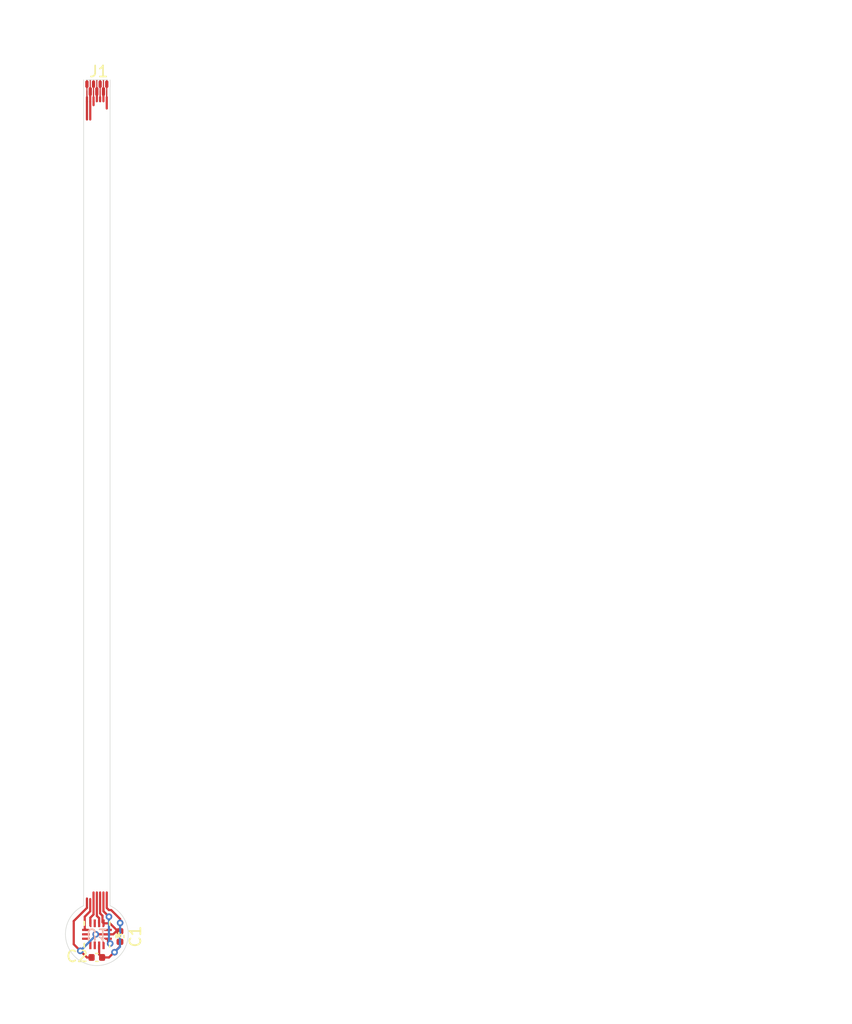
<source format=kicad_pcb>
(kicad_pcb (version 20240108) (generator "pcbnew") (generator_version "8.0")
  (layers (0 "F.Cu" signal) (31 "B.Cu" signal) (34 "B.Paste" user) (35 "F.Paste" user) (36 "B.SilkS" user "B.Silkscreen") (37 "F.SilkS" user "F.Silkscreen") (38 "B.Mask" user) (39 "F.Mask" user) (44 "Edge.Cuts" user))
  (net 0 "")
  (net 1 "GND")
  (net 2 "+3V3")
  (net 3 "/MOSI")
  (net 4 "/MISO")
  (net 5 "/CS")
  (net 6 "/SCK")
  (footprint "MA730:UTQFN-14_MA735_MNP" (layer "F.Cu") (at 152.810408 131.7 180)
    (property "Reference" "U1" (at 0 0 180) (layer "B.SilkS") (effects (justify mirror)))
    (property "Value" "MA735GGU-Z")
    (fp_line (start 1.1557 1.1557) (end 1.1557 0.832739) (stroke (width 0.1524)) (layer "F.SilkS"))
    (fp_line (start 1.1557 -0.832739) (end 1.1557 -1.1557) (stroke (width 0.1524)) (layer "F.SilkS"))
    (fp_line (start -1.1557 0.832739) (end -1.1557 1.1557) (stroke (width 0.1524)) (layer "F.SilkS"))
    (fp_line (start -1.1557 -1.1557) (end -1.1557 -0.832739) (stroke (width 0.1524)) (layer "F.SilkS"))
    (fp_text user "*" (at -1.985 -0.4 180) (layer "F.SilkS"))
    (pad "1" smd roundrect (at -1 -0.4 180) (size 0.7 0.199998) (layers "F.Cu" "F.Paste" "F.Mask") (roundrect_rratio 0) (chamfer_ratio 0.5) (chamfer top_right) (net 6 "/SCK"))
    (pad "2" smd rect (at -1.000001 0 180) (size 0.7 0.2) (layers "F.Cu" "F.Paste" "F.Mask") (net 1 "GND"))
    (pad "3" smd roundrect (at -1 0.4 180) (size 0.7 0.2) (layers "F.Cu" "F.Paste" "F.Mask") (roundrect_rratio 0) (chamfer_ratio 0.5) (chamfer bottom_right))
    (pad "4" smd roundrect (at -0.6 1 270) (size 0.7 0.2) (layers "F.Cu" "F.Paste" "F.Mask") (roundrect_rratio 0) (chamfer_ratio 0.5) (chamfer top_right) (net 1 "GND"))
    (pad "5" smd rect (at -0.2 1.000001 270) (size 0.7 0.2) (layers "F.Cu" "F.Paste" "F.Mask") (net 4 "/MISO"))
    (pad "6" smd rect (at 0.2 1.000001 270) (size 0.7 0.2) (layers "F.Cu" "F.Paste" "F.Mask"))
    (pad "7" smd roundrect (at 0.599999 1 270) (size 0.7 0.199999) (layers "F.Cu" "F.Paste" "F.Mask") (roundrect_rratio 0) (chamfer_ratio 0.5) (chamfer bottom_right) (net 5 "/CS"))
    (pad "8" smd roundrect (at 1 0.399999 180) (size 0.7 0.2) (layers "F.Cu" "F.Paste" "F.Mask") (roundrect_rratio 0) (chamfer_ratio 0.5) (chamfer bottom_left) (net 3 "/MOSI"))
    (pad "9" smd rect (at 1.000001 0 180) (size 0.7 0.2) (layers "F.Cu" "F.Paste" "F.Mask"))
    (pad "10" smd roundrect (at 1 -0.4 180) (size 0.7 0.2) (layers "F.Cu" "F.Paste" "F.Mask") (roundrect_rratio 0) (chamfer_ratio 0.5) (chamfer top_left))
    (pad "11" smd roundrect (at 0.6 -1 270) (size 0.7 0.199998) (layers "F.Cu" "F.Paste" "F.Mask") (roundrect_rratio 0) (chamfer_ratio 0.5) (chamfer bottom_left))
    (pad "12" smd rect (at 0.2 -1.000001 270) (size 0.7 0.2) (layers "F.Cu" "F.Paste" "F.Mask"))
    (pad "13" smd rect (at -0.2 -1.000001 270) (size 0.7 0.2) (layers "F.Cu" "F.Paste" "F.Mask") (net 2 "+3V3"))
    (pad "14" smd roundrect (at -0.6 -1 270) (size 0.7 0.199998) (layers "F.Cu" "F.Paste" "F.Mask") (roundrect_rratio 0) (chamfer_ratio 0.5) (chamfer top_left))
  )
  (footprint "Capacitor_SMD:C_0402_1005Metric" (layer "F.Cu") (at 152.8 133.8 180)
    (property "Reference" "C2" (at 1.8 0.1 360) (layer "F.SilkS"))
    (property "Value" "0.1uF")
    (fp_line (start -0.107836 0.36) (end 0.107836 0.36) (stroke (width 0.12)) (layer "F.SilkS"))
    (fp_line (start -0.107836 -0.36) (end 0.107836 -0.36) (stroke (width 0.12)) (layer "F.SilkS"))
    (pad "1" smd roundrect (at -0.48 0 180) (size 0.56 0.62) (layers "F.Cu" "F.Paste" "F.Mask") (net 2 "+3V3"))
    (pad "2" smd roundrect (at 0.48 0 180) (size 0.56 0.62) (layers "F.Cu" "F.Paste" "F.Mask") (net 1 "GND"))
  )
  (footprint "Capacitor_SMD:C_0402_1005Metric" (layer "F.Cu") (at 154.9 131.9 90)
    (property "Reference" "C1" (at 0 1.4 90) (layer "F.SilkS"))
    (property "Value" "1uF")
    (fp_line (start -0.107836 -0.36) (end 0.107836 -0.36) (stroke (width 0.12)) (layer "F.SilkS"))
    (fp_line (start -0.107836 0.36) (end 0.107836 0.36) (stroke (width 0.12)) (layer "F.SilkS"))
    (pad "1" smd roundrect (at -0.48 0 90) (size 0.56 0.62) (layers "F.Cu" "F.Paste" "F.Mask") (net 2 "+3V3"))
    (pad "2" smd roundrect (at 0.48 0 90) (size 0.56 0.62) (layers "F.Cu" "F.Paste" "F.Mask") (net 1 "GND"))
  )
  (footprint "custom_testpoints:7pin_fpc_contact_0.3mmptich" (layer "F.Cu") (at 152.8 55.2)
    (property "Reference" "J1" (at 0.18 -1.86 0) (layer "F.SilkS"))
    (property "Value" "FPC contacts 0.3mm")
    (pad "1" connect custom (at -0.9 -0.1) (size 0.1 2) (layers "F.Cu" "F.Mask") (net 3 "/MOSI") (clearance 0.05) (options (clearance outline) (anchor rect)) (primitives (gr_poly (pts (xy -0.1 0.55) (xy -0.05 0.5) (xy 0.05 0.5) (xy 0.1 0.55) (xy 0.1 1) (xy -0.1 1)) (width 0) (fill yes)) (gr_poly (pts (xy -0.15 -0.88) (xy -0.12 -0.89) (xy -0.08 -0.91) (xy -0.06 -0.94) (xy -0.05 -0.97) (xy -0.05 -1) (xy 0.05 -1) (xy 0.05 -0.97) (xy 0.06 -0.94) (xy 0.08 -0.91) (xy 0.12 -0.89) (xy 0.15 -0.88) (xy 0.15 -0.35) (xy 0.05 -0.25) (xy -0.05 -0.25) (xy -0.15 -0.35)) (width 0) (fill yes))))
    (pad "2" connect custom (at -0.6 -0.1) (size 0.1 2) (layers "F.Cu" "F.Mask") (net 1 "GND") (clearance 0.05) (options (clearance outline) (anchor rect)) (primitives (gr_poly (pts (xy -0.15 -0.25) (xy -0.05 -0.35) (xy 0.05 -0.35) (xy 0.15 -0.25) (xy 0.15 0.35) (xy 0.1 0.45) (xy -0.1 0.45) (xy -0.15 0.35)) (width 0) (fill yes)) (gr_poly (pts (xy -0.1 0.45) (xy 0.1 0.45) (xy 0.1 1) (xy -0.1 1)) (width 0) (fill yes))))
    (pad "3" connect custom (at -0.3 -0.1) (size 0.1 2) (layers "F.Cu" "F.Mask") (net 4 "/MISO") (clearance 0.05) (options (clearance outline) (anchor rect)) (primitives (gr_poly (pts (xy -0.1 0.55) (xy -0.05 0.5) (xy 0.05 0.5) (xy 0.1 0.55) (xy 0.1 1) (xy -0.1 1)) (width 0) (fill yes)) (gr_poly (pts (xy -0.15 -0.88) (xy -0.12 -0.89) (xy -0.08 -0.91) (xy -0.06 -0.94) (xy -0.05 -0.97) (xy -0.05 -1) (xy 0.05 -1) (xy 0.05 -0.97) (xy 0.06 -0.94) (xy 0.08 -0.91) (xy 0.12 -0.89) (xy 0.15 -0.88) (xy 0.15 -0.35) (xy 0.05 -0.25) (xy -0.05 -0.25) (xy -0.15 -0.35)) (width 0) (fill yes))))
    (pad "4" connect custom (at 0 -0.1) (size 0.1 2) (layers "F.Cu" "F.Mask") (net 1 "GND") (clearance 0.05) (options (clearance outline) (anchor rect)) (primitives (gr_poly (pts (xy -0.15 -0.25) (xy -0.05 -0.35) (xy 0.05 -0.35) (xy 0.15 -0.25) (xy 0.15 0.35) (xy 0.1 0.45) (xy -0.1 0.45) (xy -0.15 0.35)) (width 0) (fill yes)) (gr_poly (pts (xy -0.1 0.45) (xy 0.1 0.45) (xy 0.1 1) (xy -0.1 1)) (width 0) (fill yes))))
    (pad "5" connect custom (at 0.3 -0.1) (size 0.1 2) (layers "F.Cu" "F.Mask") (net 6 "/SCK") (clearance 0.05) (options (clearance outline) (anchor rect)) (primitives (gr_poly (pts (xy -0.1 0.55) (xy -0.05 0.5) (xy 0.05 0.5) (xy 0.1 0.55) (xy 0.1 1) (xy -0.1 1)) (width 0) (fill yes)) (gr_poly (pts (xy -0.15 -0.88) (xy -0.12 -0.89) (xy -0.08 -0.91) (xy -0.06 -0.94) (xy -0.05 -0.97) (xy -0.05 -1) (xy 0.05 -1) (xy 0.05 -0.97) (xy 0.06 -0.94) (xy 0.08 -0.91) (xy 0.12 -0.89) (xy 0.15 -0.88) (xy 0.15 -0.35) (xy 0.05 -0.25) (xy -0.05 -0.25) (xy -0.15 -0.35)) (width 0) (fill yes))))
    (pad "6" connect custom (at 0.6 -0.1) (size 0.1 2) (layers "F.Cu" "F.Mask") (net 2 "+3V3") (clearance 0.05) (options (clearance outline) (anchor rect)) (primitives (gr_poly (pts (xy -0.15 -0.25) (xy -0.05 -0.35) (xy 0.05 -0.35) (xy 0.15 -0.25) (xy 0.15 0.35) (xy 0.1 0.45) (xy -0.1 0.45) (xy -0.15 0.35)) (width 0) (fill yes)) (gr_poly (pts (xy -0.1 0.45) (xy 0.1 0.45) (xy 0.1 1) (xy -0.1 1)) (width 0) (fill yes))))
    (pad "7" connect custom (at 0.9 -0.1) (size 0.1 2) (layers "F.Cu" "F.Mask") (net 5 "/CS") (clearance 0.05) (options (clearance outline) (anchor rect)) (primitives (gr_poly (pts (xy -0.1 0.55) (xy -0.05 0.5) (xy 0.05 0.5) (xy 0.1 0.55) (xy 0.1 1) (xy -0.1 1)) (width 0) (fill yes)) (gr_poly (pts (xy -0.15 -0.88) (xy -0.12 -0.89) (xy -0.08 -0.91) (xy -0.06 -0.94) (xy -0.05 -0.97) (xy -0.05 -1) (xy 0.05 -1) (xy 0.05 -0.97) (xy 0.06 -0.94) (xy 0.08 -0.91) (xy 0.12 -0.89) (xy 0.15 -0.88) (xy 0.15 -0.35) (xy 0.05 -0.25) (xy -0.05 -0.25) (xy -0.15 -0.35)) (width 0) (fill yes))))
  )
  (gr_arc (start 154 129.1) (mid 152.8 134.538901) (end 151.6 129.1) (stroke (width 0.05)) (layer "Edge.Cuts"))
  (gr_line (start 153.81 54.1) (end 151.8 54.1) (stroke (width 0.05)) (layer "Edge.Cuts"))
  (gr_line (start 154 54.1) (end 154 129.1) (stroke (width 0.05)) (layer "Edge.Cuts"))
  (gr_line (start 151.6 54.1) (end 151.6 129.1) (stroke (width 0.05)) (layer "Edge.Cuts"))
  (segment (start 152.32 133.8) (end 151.9 133.8) (width 0.2) (layer "F.Cu") (net 1))
  (segment (start 152.9 131.7) (end 152.7 131.7) (width 0.2) (layer "F.Cu") (net 1))
  (segment (start 154.564672 131.42) (end 154.9 131.42) (width 0.2) (layer "F.Cu") (net 1))
  (segment (start 153.810409 131.7) (end 154.284672 131.7) (width 0.2) (layer "F.Cu") (net 1))
  (segment (start 153.810409 131.7) (end 152.9 131.7) (width 0.2) (layer "F.Cu") (net 1))
  (segment (start 153.99 130.7) (end 153.410408 130.7) (width 0.2) (layer "F.Cu") (net 1))
  (segment (start 153.1 127.9) (end 153.1 129.801006) (width 0.2) (layer "F.Cu") (net 1))
  (segment (start 152.2 56.1) (end 152.2 57.7) (width 0.2) (layer "F.Cu") (net 1))
  (segment (start 153.310408 130.011414) (end 153.310408 130.6) (width 0.2) (layer "F.Cu") (net 1))
  (segment (start 151.9 129.3) (end 151.9 128.4492) (width 0.2) (layer "F.Cu") (net 1))
  (segment (start 154.71 131.42) (end 153.99 130.7) (width 0.2) (layer "F.Cu") (net 1))
  (segment (start 150.7 130.5) (end 151.9 129.3) (width 0.2) (layer "F.Cu") (net 1))
  (segment (start 153.310408 130.6) (end 153.410408 130.7) (width 0.2) (layer "F.Cu") (net 1))
  (segment (start 154.284672 131.7) (end 154.564672 131.42) (width 0.2) (layer "F.Cu") (net 1))
  (segment (start 152.2 55.1) (end 152.2 56.1) (width 0.1016) (layer "F.Cu") (net 1))
  (segment (start 150.7 132.6) (end 150.7 130.5) (width 0.2) (layer "F.Cu") (net 1))
  (segment (start 152.8 55.1) (end 152.8 56.1) (width 0.1016) (layer "F.Cu") (net 1))
  (segment (start 154.9 131.42) (end 154.71 131.42) (width 0.2) (layer "F.Cu") (net 1))
  (segment (start 153.1 129.801006) (end 153.310408 130.011414) (width 0.2) (layer "F.Cu") (net 1))
  (segment (start 151.3 133.2) (end 150.7 132.6) (width 0.2) (layer "F.Cu") (net 1))
  (segment (start 151.9 133.8) (end 151.3 133.2) (width 0.2) (layer "F.Cu") (net 1))
  (via (at 151.3 133.2) (size 0.6) (drill 0.3) (layers "F.Cu" "B.Cu") (net 1))
  (via (at 152.7 131.7) (size 0.6) (drill 0.3) (layers "F.Cu" "B.Cu") (net 1))
  (segment (start 152.7 131.7) (end 152.7 131.8) (width 0.2) (layer "B.Cu") (net 1))
  (segment (start 152.7 131.8) (end 151.3 133.2) (width 0.2) (layer "B.Cu") (net 1))
  (segment (start 154.915053 130.663076) (end 154.915053 130.308671) (width 0.2) (layer "F.Cu") (net 2))
  (segment (start 153.010408 132.700001) (end 153.010408 133.530408) (width 0.2) (layer "F.Cu") (net 2))
  (segment (start 154.106382 129.5) (end 153.9 129.5) (width 0.2) (layer "F.Cu") (net 2))
  (segment (start 154.915053 130.308671) (end 154.106382 129.5) (width 0.2) (layer "F.Cu") (net 2))
  (segment (start 154.9 132.8) (end 154.9 132.38) (width 0.2) (layer "F.Cu") (net 2))
  (segment (start 153.7 129.3) (end 153.7 127.9) (width 0.2) (layer "F.Cu") (net 2))
  (segment (start 153.4 55.1) (end 153.4 56.1) (width 0.1016) (layer "F.Cu") (net 2))
  (segment (start 153.9 129.5) (end 153.7 129.3) (width 0.2) (layer "F.Cu") (net 2))
  (segment (start 153.9 133.8) (end 154.9 132.8) (width 0.2) (layer "F.Cu") (net 2))
  (segment (start 153.010408 133.530408) (end 153.28 133.8) (width 0.2) (layer "F.Cu") (net 2))
  (segment (start 153.28 133.8) (end 153.9 133.8) (width 0.2) (layer "F.Cu") (net 2))
  (via (at 154.915053 130.663076) (size 0.6) (drill 0.3) (layers "F.Cu" "B.Cu") (net 2))
  (via (at 154.407691 133.326551) (size 0.6) (drill 0.3) (layers "F.Cu" "B.Cu") (net 2))
  (segment (start 154.9 131.7) (end 154.9 132.834242) (width 0.2) (layer "B.Cu") (net 2))
  (segment (start 154.915053 130.663076) (end 154.915053 131.684947) (width 0.2) (layer "B.Cu") (net 2))
  (segment (start 154.9 132.834242) (end 154.407691 133.326551) (width 0.2) (layer "B.Cu") (net 2))
  (segment (start 154.915053 131.684947) (end 154.9 131.7) (width 0.2) (layer "B.Cu") (net 2))
  (segment (start 151.7 131.189593) (end 151.7 130.1) (width 0.2) (layer "F.Cu") (net 3))
  (segment (start 151.9 56.1) (end 151.9 57.7) (width 0.2) (layer "F.Cu") (net 3))
  (segment (start 151.7 130.1) (end 152.2 129.6) (width 0.2) (layer "F.Cu") (net 3))
  (segment (start 151.9 55.1) (end 151.9 56.1) (width 0.1016) (layer "F.Cu") (net 3))
  (segment (start 152.2 129.6) (end 152.2 128.5) (width 0.2) (layer "F.Cu") (net 3))
  (segment (start 151.810408 131.300001) (end 151.7 131.189593) (width 0.2) (layer "F.Cu") (net 3))
  (segment (start 152.5 55.1) (end 152.5 56.1) (width 0.1016) (layer "F.Cu") (net 4))
  (segment (start 152.8 130.026276) (end 152.8 127.9) (width 0.2) (layer "F.Cu") (net 4))
  (segment (start 153.010408 130.699999) (end 153.010408 130.236684) (width 0.2) (layer "F.Cu") (net 4))
  (segment (start 152.5 56.1) (end 152.5 56.4) (width 0.2) (layer "F.Cu") (net 4))
  (segment (start 153.010408 130.236684) (end 152.8 130.026276) (width 0.2) (layer "F.Cu") (net 4))
  (segment (start 152.210409 130.7) (end 152.210409 130.189591) (width 0.2) (layer "F.Cu") (net 5))
  (segment (start 152.210409 130.189591) (end 152.5 129.9) (width 0.2) (layer "F.Cu") (net 5))
  (segment (start 153.7 56.1) (end 153.7 56.7) (width 0.2) (layer "F.Cu") (net 5))
  (segment (start 153.7 55.1) (end 153.7 56.1) (width 0.1016) (layer "F.Cu") (net 5))
  (segment (start 152.5 129.9) (end 152.5 127.9) (width 0.2) (layer "F.Cu") (net 5))
  (segment (start 153.1 55.1) (end 153.1 56.1) (width 0.1016) (layer "F.Cu") (net 6))
  (segment (start 154.010407 132.53507) (end 153.810408 132.335071) (width 0.2) (layer "F.Cu") (net 6))
  (segment (start 153.810408 132.335071) (end 153.810408 132.1) (width 0.2) (layer "F.Cu") (net 6))
  (segment (start 153.9 130.1) (end 153.4 129.6) (width 0.2) (layer "F.Cu") (net 6))
  (segment (start 153.4 129.6) (end 153.4 127.9) (width 0.2) (layer "F.Cu") (net 6))
  (via (at 153.9 130.1) (size 0.6) (drill 0.3) (layers "F.Cu" "B.Cu") (net 6))
  (via (at 154.010407 132.53507) (size 0.6) (drill 0.3) (layers "F.Cu" "B.Cu") (net 6))
  (segment (start 153.9 132.424663) (end 153.9 130.1) (width 0.2) (layer "B.Cu") (net 6))
  (segment (start 154.010407 132.53507) (end 153.9 132.424663) (width 0.2) (layer "B.Cu") (net 6))
)
</source>
